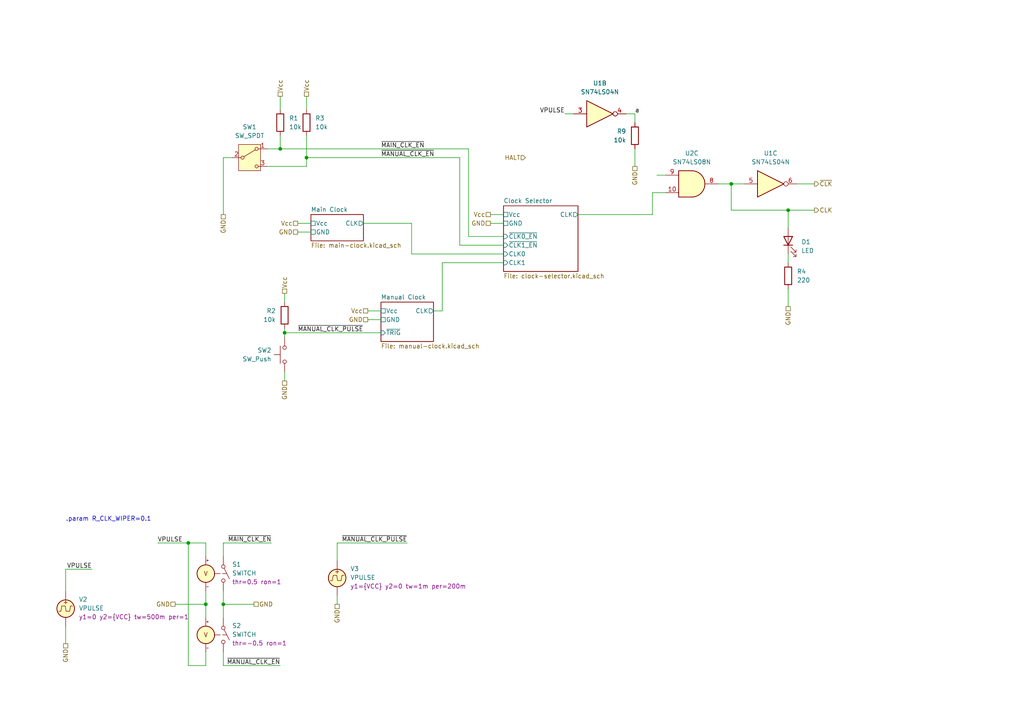
<source format=kicad_sch>
(kicad_sch (version 20231120) (generator "eeschema") (generator_version "8.0")
  (paper "A4")
  (title_block (title "${SHEETNAME}") (date "2024-06-02") (rev "v0.1") (company "BitBanged") (comment 1 "Inspired from Ben Eater's design.") (comment 2 "https://eater.net/8bit/clock"))
  (lib_symbols
    (symbol "74xx:74LS04"
      (property "Reference" "U" (at 0 1.27 0))
      (property "Value" "74LS04" (at 0 -1.27 0))
      (symbol "74LS04_1_0"
        (polyline (pts (xy -3.81 3.81) (xy -3.81 -3.81) (xy 3.81 0) (xy -3.81 3.81)) (stroke (width 0.254)) (fill (type background)))
        (pin input line (at -7.62 0 0) (length 3.81) (name "~") (number "1"))
        (pin output inverted (at 7.62 0 180) (length 3.81) (name "~") (number "2"))
      )
      (symbol "74LS04_2_0"
        (polyline (pts (xy -3.81 3.81) (xy -3.81 -3.81) (xy 3.81 0) (xy -3.81 3.81)) (stroke (width 0.254)) (fill (type background)))
        (pin input line (at -7.62 0 0) (length 3.81) (name "~") (number "3"))
        (pin output inverted (at 7.62 0 180) (length 3.81) (name "~") (number "4"))
      )
      (symbol "74LS04_3_0"
        (polyline (pts (xy -3.81 3.81) (xy -3.81 -3.81) (xy 3.81 0) (xy -3.81 3.81)) (stroke (width 0.254)) (fill (type background)))
        (pin input line (at -7.62 0 0) (length 3.81) (name "~") (number "5"))
        (pin output inverted (at 7.62 0 180) (length 3.81) (name "~") (number "6"))
      )
      (symbol "74LS04_4_0"
        (polyline (pts (xy -3.81 3.81) (xy -3.81 -3.81) (xy 3.81 0) (xy -3.81 3.81)) (stroke (width 0.254)) (fill (type background)))
        (pin output inverted (at 7.62 0 180) (length 3.81) (name "~") (number "8"))
        (pin input line (at -7.62 0 0) (length 3.81) (name "~") (number "9"))
      )
      (symbol "74LS04_5_0"
        (polyline (pts (xy -3.81 3.81) (xy -3.81 -3.81) (xy 3.81 0) (xy -3.81 3.81)) (stroke (width 0.254)) (fill (type background)))
        (pin output inverted (at 7.62 0 180) (length 3.81) (name "~") (number "10"))
        (pin input line (at -7.62 0 0) (length 3.81) (name "~") (number "11"))
      )
      (symbol "74LS04_6_0"
        (polyline (pts (xy -3.81 3.81) (xy -3.81 -3.81) (xy 3.81 0) (xy -3.81 3.81)) (stroke (width 0.254)) (fill (type background)))
        (pin output inverted (at 7.62 0 180) (length 3.81) (name "~") (number "12"))
        (pin input line (at -7.62 0 0) (length 3.81) (name "~") (number "13"))
      )
      (symbol "74LS04_7_0"
        (pin power_in line (at 0 12.7 270) (length 5.08) (name "VCC") (number "14"))
        (pin power_in line (at 0 -12.7 90) (length 5.08) (name "GND") (number "7"))
      )
      (symbol "74LS04_7_1"
        (rectangle (start -5.08 7.62) (end 5.08 -7.62) (stroke (width 0.254)) (fill (type background)))
      )
    )
    (symbol "74xx:74LS08" (pin_names (offset 1.016))
      (property "Reference" "U" (at 0 1.27 0))
      (property "Value" "74LS08" (at 0 -1.27 0))
      (symbol "74LS08_1_1"
        (arc (start 0 -3.81) (mid 3.7934 0) (end 0 3.81) (stroke (width 0.254)) (fill (type background)))
        (polyline (pts (xy 0 3.81) (xy -3.81 3.81) (xy -3.81 -3.81) (xy 0 -3.81)) (stroke (width 0.254)) (fill (type background)))
        (pin input line (at -7.62 2.54 0) (length 3.81) (name "~") (number "1"))
        (pin input line (at -7.62 -2.54 0) (length 3.81) (name "~") (number "2"))
        (pin output line (at 7.62 0 180) (length 3.81) (name "~") (number "3"))
      )
      (symbol "74LS08_1_2"
        (arc (start -3.81 -3.81) (mid -2.589 0) (end -3.81 3.81) (stroke (width 0.254)))
        (arc (start -0.6096 -3.81) (mid 2.1842 -2.5851) (end 3.81 0) (stroke (width 0.254)) (fill (type background)))
        (polyline (pts (xy -3.81 -3.81) (xy -0.635 -3.81)) (stroke (width 0.254)) (fill (type background)))
        (polyline (pts (xy -3.81 3.81) (xy -0.635 3.81)) (stroke (width 0.254)) (fill (type background)))
        (polyline (pts (xy -0.635 3.81) (xy -3.81 3.81) (xy -3.81 3.81) (xy -3.556 3.4036) (xy -3.0226 2.2606) (xy -2.6924 1.0414) (xy -2.6162 -0.254) (xy -2.7686 -1.4986) (xy -3.175 -2.7178) (xy -3.81 -3.81) (xy -3.81 -3.81) (xy -0.635 -3.81)) (stroke (width -25.4)) (fill (type background)))
        (arc (start 3.81 0) (mid 2.1915 2.5936) (end -0.6096 3.81) (stroke (width 0.254)) (fill (type background)))
        (pin input inverted (at -7.62 2.54 0) (length 4.318) (name "~") (number "1"))
        (pin input inverted (at -7.62 -2.54 0) (length 4.318) (name "~") (number "2"))
        (pin output inverted (at 7.62 0 180) (length 3.81) (name "~") (number "3"))
      )
      (symbol "74LS08_2_1"
        (arc (start 0 -3.81) (mid 3.7934 0) (end 0 3.81) (stroke (width 0.254)) (fill (type background)))
        (polyline (pts (xy 0 3.81) (xy -3.81 3.81) (xy -3.81 -3.81) (xy 0 -3.81)) (stroke (width 0.254)) (fill (type background)))
        (pin input line (at -7.62 2.54 0) (length 3.81) (name "~") (number "4"))
        (pin input line (at -7.62 -2.54 0) (length 3.81) (name "~") (number "5"))
        (pin output line (at 7.62 0 180) (length 3.81) (name "~") (number "6"))
      )
      (symbol "74LS08_2_2"
        (arc (start -3.81 -3.81) (mid -2.589 0) (end -3.81 3.81) (stroke (width 0.254)))
        (arc (start -0.6096 -3.81) (mid 2.1842 -2.5851) (end 3.81 0) (stroke (width 0.254)) (fill (type background)))
        (polyline (pts (xy -3.81 -3.81) (xy -0.635 -3.81)) (stroke (width 0.254)) (fill (type background)))
        (polyline (pts (xy -3.81 3.81) (xy -0.635 3.81)) (stroke (width 0.254)) (fill (type background)))
        (polyline (pts (xy -0.635 3.81) (xy -3.81 3.81) (xy -3.81 3.81) (xy -3.556 3.4036) (xy -3.0226 2.2606) (xy -2.6924 1.0414) (xy -2.6162 -0.254) (xy -2.7686 -1.4986) (xy -3.175 -2.7178) (xy -3.81 -3.81) (xy -3.81 -3.81) (xy -0.635 -3.81)) (stroke (width -25.4)) (fill (type background)))
        (arc (start 3.81 0) (mid 2.1915 2.5936) (end -0.6096 3.81) (stroke (width 0.254)) (fill (type background)))
        (pin input inverted (at -7.62 2.54 0) (length 4.318) (name "~") (number "4"))
        (pin input inverted (at -7.62 -2.54 0) (length 4.318) (name "~") (number "5"))
        (pin output inverted (at 7.62 0 180) (length 3.81) (name "~") (number "6"))
      )
      (symbol "74LS08_3_1"
        (arc (start 0 -3.81) (mid 3.7934 0) (end 0 3.81) (stroke (width 0.254)) (fill (type background)))
        (polyline (pts (xy 0 3.81) (xy -3.81 3.81) (xy -3.81 -3.81) (xy 0 -3.81)) (stroke (width 0.254)) (fill (type background)))
        (pin input line (at -7.62 -2.54 0) (length 3.81) (name "~") (number "10"))
        (pin output line (at 7.62 0 180) (length 3.81) (name "~") (number "8"))
        (pin input line (at -7.62 2.54 0) (length 3.81) (name "~") (number "9"))
      )
      (symbol "74LS08_3_2"
        (arc (start -3.81 -3.81) (mid -2.589 0) (end -3.81 3.81) (stroke (width 0.254)))
        (arc (start -0.6096 -3.81) (mid 2.1842 -2.5851) (end 3.81 0) (stroke (width 0.254)) (fill (type background)))
        (polyline (pts (xy -3.81 -3.81) (xy -0.635 -3.81)) (stroke (width 0.254)) (fill (type background)))
        (polyline (pts (xy -3.81 3.81) (xy -0.635 3.81)) (stroke (width 0.254)) (fill (type background)))
        (polyline (pts (xy -0.635 3.81) (xy -3.81 3.81) (xy -3.81 3.81) (xy -3.556 3.4036) (xy -3.0226 2.2606) (xy -2.6924 1.0414) (xy -2.6162 -0.254) (xy -2.7686 -1.4986) (xy -3.175 -2.7178) (xy -3.81 -3.81) (xy -3.81 -3.81) (xy -0.635 -3.81)) (stroke (width -25.4)) (fill (type background)))
        (arc (start 3.81 0) (mid 2.1915 2.5936) (end -0.6096 3.81) (stroke (width 0.254)) (fill (type background)))
        (pin input inverted (at -7.62 -2.54 0) (length 4.318) (name "~") (number "10"))
        (pin output inverted (at 7.62 0 180) (length 3.81) (name "~") (number "8"))
        (pin input inverted (at -7.62 2.54 0) (length 4.318) (name "~") (number "9"))
      )
      (symbol "74LS08_4_1"
        (arc (start 0 -3.81) (mid 3.7934 0) (end 0 3.81) (stroke (width 0.254)) (fill (type background)))
        (polyline (pts (xy 0 3.81) (xy -3.81 3.81) (xy -3.81 -3.81) (xy 0 -3.81)) (stroke (width 0.254)) (fill (type background)))
        (pin output line (at 7.62 0 180) (length 3.81) (name "~") (number "11"))
        (pin input line (at -7.62 2.54 0) (length 3.81) (name "~") (number "12"))
        (pin input line (at -7.62 -2.54 0) (length 3.81) (name "~") (number "13"))
      )
      (symbol "74LS08_4_2"
        (arc (start -3.81 -3.81) (mid -2.589 0) (end -3.81 3.81) (stroke (width 0.254)))
        (arc (start -0.6096 -3.81) (mid 2.1842 -2.5851) (end 3.81 0) (stroke (width 0.254)) (fill (type background)))
        (polyline (pts (xy -3.81 -3.81) (xy -0.635 -3.81)) (stroke (width 0.254)) (fill (type background)))
        (polyline (pts (xy -3.81 3.81) (xy -0.635 3.81)) (stroke (width 0.254)) (fill (type background)))
        (polyline (pts (xy -0.635 3.81) (xy -3.81 3.81) (xy -3.81 3.81) (xy -3.556 3.4036) (xy -3.0226 2.2606) (xy -2.6924 1.0414) (xy -2.6162 -0.254) (xy -2.7686 -1.4986) (xy -3.175 -2.7178) (xy -3.81 -3.81) (xy -3.81 -3.81) (xy -0.635 -3.81)) (stroke (width -25.4)) (fill (type background)))
        (arc (start 3.81 0) (mid 2.1915 2.5936) (end -0.6096 3.81) (stroke (width 0.254)) (fill (type background)))
        (pin output inverted (at 7.62 0 180) (length 3.81) (name "~") (number "11"))
        (pin input inverted (at -7.62 2.54 0) (length 4.318) (name "~") (number "12"))
        (pin input inverted (at -7.62 -2.54 0) (length 4.318) (name "~") (number "13"))
      )
      (symbol "74LS08_5_0"
        (pin power_in line (at 0 12.7 270) (length 5.08) (name "VCC") (number "14"))
        (pin power_in line (at 0 -12.7 90) (length 5.08) (name "GND") (number "7"))
      )
      (symbol "74LS08_5_1"
        (rectangle (start -5.08 7.62) (end 5.08 -7.62) (stroke (width 0.254)) (fill (type background)))
      )
    )
    (symbol "Device:LED" (pin_numbers hide) (pin_names (offset 1.016) hide)
      (property "Reference" "D" (at 0 2.54 0))
      (property "Value" "LED" (at 0 -2.54 0))
      (symbol "LED_0_1"
        (polyline (pts (xy -1.27 -1.27) (xy -1.27 1.27)) (stroke (width 0.254)))
        (polyline (pts (xy -1.27 0) (xy 1.27 0)))
        (polyline (pts (xy 1.27 -1.27) (xy 1.27 1.27) (xy -1.27 0) (xy 1.27 -1.27)) (stroke (width 0.254)))
        (polyline (pts (xy -3.048 -0.762) (xy -4.572 -2.286) (xy -3.81 -2.286) (xy -4.572 -2.286) (xy -4.572 -1.524)))
        (polyline (pts (xy -1.778 -0.762) (xy -3.302 -2.286) (xy -2.54 -2.286) (xy -3.302 -2.286) (xy -3.302 -1.524)))
      )
      (symbol "LED_1_1"
        (pin passive line (at -3.81 0 0) (length 2.54) (name "K") (number "1"))
        (pin passive line (at 3.81 0 180) (length 2.54) (name "A") (number "2"))
      )
    )
    (symbol "Device:R" (pin_numbers hide) (pin_names (offset 0))
      (property "Reference" "R" (at 2.032 0 90))
      (property "Value" "R" (at 0 0 90))
      (symbol "R_0_1"
        (rectangle (start -1.016 -2.54) (end 1.016 2.54) (stroke (width 0.254)))
      )
      (symbol "R_1_1"
        (pin passive line (at 0 3.81 270) (length 1.27) (name "~") (number "1"))
        (pin passive line (at 0 -3.81 90) (length 1.27) (name "~") (number "2"))
      )
    )
    (symbol "Simulation_SPICE:SWITCH" (pin_numbers hide) (pin_names (offset 1.016) hide)
      (property "Reference" "S" (at 2.54 2.54 0))
      (property "Value" "SWITCH" (at 2.54 0 0))
      (property "Sim.Params" "thr=0 ron=1" (at 2.54 -2.54 0))
      (symbol "SWITCH_0_1"
        (circle (center 0 -2.032) (radius 0.508))
        (polyline (pts (xy 0.254 1.524) (xy 1.778 -1.524)))
        (circle (center 0 2.032) (radius 0.508))
      )
      (symbol "SWITCH_1_1"
        (circle (center -5.08 0) (radius 2.54) (stroke (width 0.254)) (fill (type background)))
        (polyline (pts (xy -4.826 -3.81) (xy -4.318 -3.81)))
        (polyline (pts (xy -4.826 3.81) (xy -4.318 3.81)))
        (polyline (pts (xy -4.572 4.064) (xy -4.572 3.556)))
        (polyline (pts (xy -2.54 0) (xy 0.889 0)) (stroke (width 0) (type dash)))
        (text "V" (at -5.08 0 0) (effects (font (size 1.27 1.27))))
        (pin passive line (at 0 5.08 270) (length 2.54) (name "N+") (number "1"))
        (pin passive line (at 0 -5.08 90) (length 2.54) (name "N-") (number "2"))
        (pin input line (at -5.08 5.08 270) (length 2.54) (name "C+") (number "3"))
        (pin input line (at -5.08 -5.08 90) (length 2.54) (name "C-") (number "4"))
      )
    )
    (symbol "Simulation_SPICE:VPULSE" (pin_numbers hide) (pin_names (offset 0.0254))
      (property "Reference" "V" (at 2.54 2.54 0))
      (property "Value" "VPULSE" (at 2.54 0 0))
      (property "Sim.Params" "y1=0 y2=1 td=2n tr=2n tf=2n tw=50n per=100n" (at 2.54 -2.54 0))
      (symbol "VPULSE_0_0"
        (polyline (pts (xy -2.032 -0.762) (xy -1.397 -0.762) (xy -1.143 0.762) (xy -0.127 0.762) (xy 0.127 -0.762) (xy 1.143 -0.762) (xy 1.397 0.762) (xy 2.032 0.762)))
        (text "+" (at 0 1.905 0) (effects (font (size 1.27 1.27))))
      )
      (symbol "VPULSE_0_1"
        (circle (center 0 0) (radius 2.54) (stroke (width 0.254)) (fill (type background)))
      )
      (symbol "VPULSE_1_1"
        (pin passive line (at 0 5.08 270) (length 2.54) (name "~") (number "1"))
        (pin passive line (at 0 -5.08 90) (length 2.54) (name "~") (number "2"))
      )
    )
    (symbol "Switch:SW_Push" (pin_numbers hide) (pin_names (offset 1.016) hide)
      (property "Reference" "SW" (at 1.27 2.54 0))
      (property "Value" "SW_Push" (at 0 -1.524 0))
      (symbol "SW_Push_0_1"
        (circle (center -2.032 0) (radius 0.508))
        (polyline (pts (xy 0 1.27) (xy 0 3.048)))
        (polyline (pts (xy 2.54 1.27) (xy -2.54 1.27)))
        (circle (center 2.032 0) (radius 0.508))
        (pin passive line (at -5.08 0 0) (length 2.54) (name "1") (number "1"))
        (pin passive line (at 5.08 0 180) (length 2.54) (name "2") (number "2"))
      )
    )
    (symbol "Switch:SW_SPDT" (pin_names (offset 0) hide)
      (property "Reference" "SW" (at 0 5.08 0))
      (property "Value" "SW_SPDT" (at 0 -5.08 0))
      (symbol "SW_SPDT_0_1"
        (circle (center -2.032 0) (radius 0.4572))
        (polyline (pts (xy -1.651 0.254) (xy 1.651 2.286)))
        (circle (center 2.032 -2.54) (radius 0.4572))
        (circle (center 2.032 2.54) (radius 0.4572))
      )
      (symbol "SW_SPDT_1_1"
        (rectangle (start -3.175 3.81) (end 3.175 -3.81) (fill (type background)))
        (pin passive line (at 5.08 2.54 180) (length 2.54) (name "A") (number "1"))
        (pin passive line (at -5.08 0 0) (length 2.54) (name "B") (number "2"))
        (pin passive line (at 5.08 -2.54 180) (length 2.54) (name "C") (number "3"))
      )
    )
  )
  (junction (at 59.69 175.26))
  (junction (at 212.09 53.34))
  (junction (at 88.9 45.72))
  (junction (at 54.61 157.48))
  (junction (at 81.28 43.18))
  (junction (at 82.55 96.52))
  (junction (at 64.77 175.26))
  (junction (at 228.6 60.96))
  (wire (pts (xy 228.6 73.66) (xy 228.6 76.2)))
  (wire (pts (xy 73.66 175.26) (xy 64.77 175.26)))
  (wire (pts (xy 64.77 45.72) (xy 64.77 62.23)))
  (wire (pts (xy 81.28 39.37) (xy 81.28 43.18)))
  (wire (pts (xy 59.69 175.26) (xy 59.69 179.07)))
  (wire (pts (xy 81.28 27.94) (xy 81.28 31.75)))
  (wire (pts (xy 128.27 90.17) (xy 128.27 76.2)))
  (wire (pts (xy 77.47 48.26) (xy 88.9 48.26)))
  (wire (pts (xy 189.23 55.88) (xy 193.04 55.88)))
  (wire (pts (xy 97.79 172.72) (xy 97.79 175.26)))
  (wire (pts (xy 59.69 193.04) (xy 54.61 193.04)))
  (wire (pts (xy 82.55 95.25) (xy 82.55 96.52)))
  (wire (pts (xy 59.69 157.48) (xy 59.69 161.29)))
  (wire (pts (xy 82.55 96.52) (xy 82.55 97.79)))
  (wire (pts (xy 228.6 60.96) (xy 228.6 66.04)))
  (wire (pts (xy 19.05 165.1) (xy 26.67 165.1)))
  (wire (pts (xy 212.09 60.96) (xy 228.6 60.96)))
  (wire (pts (xy 228.6 83.82) (xy 228.6 88.9)))
  (wire (pts (xy 82.55 85.09) (xy 82.55 87.63)))
  (wire (pts (xy 142.24 64.77) (xy 146.05 64.77)))
  (wire (pts (xy 59.69 189.23) (xy 59.69 193.04)))
  (wire (pts (xy 125.73 90.17) (xy 128.27 90.17)))
  (wire (pts (xy 64.77 189.23) (xy 64.77 193.04)))
  (wire (pts (xy 19.05 171.45) (xy 19.05 165.1)))
  (wire (pts (xy 50.8 175.26) (xy 59.69 175.26)))
  (wire (pts (xy 133.35 71.12) (xy 133.35 45.72)))
  (wire (pts (xy 54.61 157.48) (xy 59.69 157.48)))
  (wire (pts (xy 86.36 67.31) (xy 90.17 67.31)))
  (wire (pts (xy 181.61 33.02) (xy 184.15 33.02)))
  (wire (pts (xy 119.38 73.66) (xy 119.38 64.77)))
  (wire (pts (xy 163.83 33.02) (xy 166.37 33.02)))
  (wire (pts (xy 64.77 193.04) (xy 81.28 193.04)))
  (wire (pts (xy 212.09 53.34) (xy 215.9 53.34)))
  (wire (pts (xy 88.9 45.72) (xy 88.9 39.37)))
  (wire (pts (xy 106.68 90.17) (xy 110.49 90.17)))
  (wire (pts (xy 64.77 161.29) (xy 64.77 157.48)))
  (wire (pts (xy 81.28 43.18) (xy 77.47 43.18)))
  (wire (pts (xy 128.27 76.2) (xy 146.05 76.2)))
  (wire (pts (xy 184.15 33.02) (xy 184.15 35.56)))
  (wire (pts (xy 110.49 96.52) (xy 82.55 96.52)))
  (wire (pts (xy 45.72 157.48) (xy 54.61 157.48)))
  (wire (pts (xy 184.15 43.18) (xy 184.15 48.26)))
  (wire (pts (xy 135.89 68.58) (xy 135.89 43.18)))
  (wire (pts (xy 133.35 71.12) (xy 146.05 71.12)))
  (wire (pts (xy 212.09 53.34) (xy 208.28 53.34)))
  (wire (pts (xy 86.36 64.77) (xy 90.17 64.77)))
  (wire (pts (xy 64.77 175.26) (xy 64.77 179.07)))
  (wire (pts (xy 82.55 107.95) (xy 82.55 110.49)))
  (wire (pts (xy 59.69 171.45) (xy 59.69 175.26)))
  (wire (pts (xy 190.5 50.8) (xy 193.04 50.8)))
  (wire (pts (xy 228.6 60.96) (xy 236.22 60.96)))
  (wire (pts (xy 105.41 64.77) (xy 119.38 64.77)))
  (wire (pts (xy 54.61 193.04) (xy 54.61 157.48)))
  (wire (pts (xy 212.09 53.34) (xy 212.09 60.96)))
  (wire (pts (xy 97.79 157.48) (xy 118.11 157.48)))
  (wire (pts (xy 97.79 157.48) (xy 97.79 162.56)))
  (wire (pts (xy 135.89 43.18) (xy 81.28 43.18)))
  (wire (pts (xy 231.14 53.34) (xy 236.22 53.34)))
  (wire (pts (xy 88.9 31.75) (xy 88.9 27.94)))
  (wire (pts (xy 167.64 62.23) (xy 189.23 62.23)))
  (wire (pts (xy 64.77 157.48) (xy 78.74 157.48)))
  (wire (pts (xy 135.89 68.58) (xy 146.05 68.58)))
  (wire (pts (xy 133.35 45.72) (xy 88.9 45.72)))
  (wire (pts (xy 64.77 45.72) (xy 67.31 45.72)))
  (wire (pts (xy 88.9 48.26) (xy 88.9 45.72)))
  (wire (pts (xy 106.68 92.71) (xy 110.49 92.71)))
  (wire (pts (xy 189.23 55.88) (xy 189.23 62.23)))
  (wire (pts (xy 19.05 181.61) (xy 19.05 186.69)))
  (wire (pts (xy 142.24 62.23) (xy 146.05 62.23)))
  (wire (pts (xy 64.77 171.45) (xy 64.77 175.26)))
  (wire (pts (xy 119.38 73.66) (xy 146.05 73.66)))
  (text ".param R_CLK_WIPER=0.1" (at 31.496 150.622 0) (effects (font (size 1.27 1.27))))
  (label "VPULSE" (at 163.83 33.02 180))
  (label "~{MANUAL_CLK_PULSE}" (at 86.36 96.52 0))
  (label "VPULSE" (at 45.72 157.48 0))
  (label "VPULSE" (at 26.67 165.1 180))
  (label "~{MANUAL_CLK_EN}" (at 110.49 45.72 0))
  (label "~{MANUAL_CLK_EN}" (at 81.28 193.04 180))
  (label "a" (at 184.15 33.02 0))
  (label "~{MAIN_CLK_EN}" (at 78.74 157.48 180))
  (label "~{MANUAL_CLK_PULSE}" (at 118.11 157.48 180))
  (label "~{MAIN_CLK_EN}" (at 110.49 43.18 0))
  (hierarchical_label "GND" (shape passive) (at 184.15 48.26 270))
  (hierarchical_label "GND" (shape passive) (at 64.77 62.23 270))
  (hierarchical_label "GND" (shape passive) (at 19.05 186.69 270))
  (hierarchical_label "GND" (shape passive) (at 86.36 67.31 180))
  (hierarchical_label "Vcc" (shape passive) (at 106.68 90.17 180))
  (hierarchical_label "Vcc" (shape passive) (at 81.28 27.94 90))
  (hierarchical_label "GND" (shape passive) (at 142.24 64.77 180))
  (hierarchical_label "Vcc" (shape passive) (at 86.36 64.77 180))
  (hierarchical_label "GND" (shape passive) (at 97.79 175.26 270))
  (hierarchical_label "GND" (shape passive) (at 82.55 110.49 270))
  (hierarchical_label "Vcc" (shape passive) (at 82.55 85.09 90))
  (hierarchical_label "CLK" (shape output) (at 236.22 60.96 0))
  (hierarchical_label "GND" (shape passive) (at 228.6 88.9 270))
  (hierarchical_label "GND" (shape passive) (at 106.68 92.71 180))
  (hierarchical_label "~{CLK}" (shape output) (at 236.22 53.34 0))
  (hierarchical_label "Vcc" (shape passive) (at 142.24 62.23 180))
  (hierarchical_label "GND" (shape passive) (at 50.8 175.26 180))
  (hierarchical_label "GND" (shape passive) (at 73.66 175.26 0))
  (hierarchical_label "HALT" (shape input) (at 152.4 45.72 180))
  (hierarchical_label "Vcc" (shape passive) (at 88.9 27.94 90))
  (symbol (lib_id "74xx:74LS08") (at 200.66 53.34 0) (unit 3)
    (property "Reference" "U2" (at 200.6517 44.45 0))
    (property "Value" "SN74LS08N" (at 200.6517 46.99 0))
    (property "Datasheet" "http://www.ti.com/lit/gpn/sn74LS08" (effects (hide yes)))
    (property "Description" "Quad And2" (effects (hide yes)))
    (property "Sim.Library" "models/main.lib" (effects (hide yes)))
    (property "Sim.Name" "74LS08N" (effects (hide yes)))
    (property "Sim.Device" "SUBCKT" (effects (hide yes)))
    (property "Sim.Pins" "1=1 2=2 3=3 4=4 5=5 6=6 7=7 8=8 9=9 10=10 11=11 12=12 13=13 14=14" (effects (hide yes)))
  )
  (symbol (lib_id "Switch:SW_SPDT") (at 72.39 45.72 0) (unit 1) (exclude_from_sim yes)
    (property "Reference" "SW1" (at 72.39 36.83 0))
    (property "Value" "SW_SPDT" (at 72.39 39.37 0))
    (property "Description" "Switch, single pole double throw" (effects (hide yes)))
  )
  (symbol (lib_id "Simulation_SPICE:VPULSE") (at 97.79 167.64 0) (unit 1)
    (property "Reference" "V3" (at 101.6 164.9701 0) (effects (justify left)))
    (property "Value" "VPULSE" (at 101.6 167.5101 0) (effects (justify left)))
    (property "Datasheet" "https://ngspice.sourceforge.io/docs/ngspice-html-manual/manual.xhtml#sec_Independent_Sources_for" (effects (hide yes)))
    (property "Description" "Voltage source, pulse" (effects (hide yes)))
    (property "Sim.Pins" "1=+ 2=-" (effects (hide yes)))
    (property "Sim.Type" "PULSE" (effects (hide yes)))
    (property "Sim.Device" "V" (effects (hide yes)))
    (property "Sim.Params" "y1={VCC} y2=0 tw=1m per=200m" (at 101.6 170.0501 0) (effects (justify left)))
  )
  (symbol (lib_id "Device:R") (at 88.9 35.56 0) (unit 1)
    (property "Reference" "R3" (at 91.44 34.2899 0) (effects (justify left)))
    (property "Value" "10k" (at 91.44 36.8299 0) (effects (justify left)))
    (property "Description" "Resistor" (effects (hide yes)))
  )
  (symbol (lib_id "Device:R") (at 184.15 39.37 0) (mirror y) (unit 1)
    (property "Reference" "R9" (at 181.61 38.0999 0) (effects (justify left)))
    (property "Value" "10k" (at 181.61 40.6399 0) (effects (justify left)))
    (property "Description" "Resistor" (effects (hide yes)))
  )
  (symbol (lib_id "74xx:74LS04") (at 173.99 33.02 0) (unit 2)
    (property "Reference" "U1" (at 173.99 24.13 0))
    (property "Value" "SN74LS04N" (at 173.99 26.67 0))
    (property "Datasheet" "http://www.ti.com/lit/gpn/sn74LS04" (effects (hide yes)))
    (property "Description" "Hex Inverter" (effects (hide yes)))
    (property "Sim.Library" "models/main.lib" (effects (hide yes)))
    (property "Sim.Name" "74LS04N" (effects (hide yes)))
    (property "Sim.Device" "SUBCKT" (effects (hide yes)))
    (property "Sim.Pins" "1=1 2=2 3=3 4=4 5=5 6=6 7=7 8=8 9=9 10=10 11=11 12=12 13=13 14=14" (effects (hide yes)))
  )
  (symbol (lib_id "Simulation_SPICE:VPULSE") (at 19.05 176.53 0) (unit 1)
    (property "Reference" "V2" (at 22.86 173.8601 0) (effects (justify left)))
    (property "Value" "VPULSE" (at 22.86 176.4001 0) (effects (justify left)))
    (property "Datasheet" "https://ngspice.sourceforge.io/docs/ngspice-html-manual/manual.xhtml#sec_Independent_Sources_for" (effects (hide yes)))
    (property "Description" "Voltage source, pulse" (effects (hide yes)))
    (property "Sim.Pins" "1=+ 2=-" (effects (hide yes)))
    (property "Sim.Type" "PULSE" (effects (hide yes)))
    (property "Sim.Device" "V" (effects (hide yes)))
    (property "Sim.Params" "y1=0 y2={VCC} tw=500m per=1" (at 22.86 178.9401 0) (effects (justify left)))
  )
  (symbol (lib_id "Device:R") (at 82.55 91.44 0) (mirror y) (unit 1)
    (property "Reference" "R2" (at 80.01 90.1699 0) (effects (justify left)))
    (property "Value" "10k" (at 80.01 92.7099 0) (effects (justify left)))
    (property "Description" "Resistor" (effects (hide yes)))
  )
  (symbol (lib_id "Simulation_SPICE:SWITCH") (at 64.77 184.15 0) (unit 1)
    (property "Reference" "S2" (at 67.31 181.4829 0) (effects (justify left)))
    (property "Value" "SWITCH" (at 67.31 184.0229 0) (effects (justify left)))
    (property "Datasheet" "https://ngspice.sourceforge.io/docs/ngspice-html-manual/manual.xhtml#subsec_Switches" (effects (hide yes)))
    (property "Description" "Voltage controlled switch symbol for simulation only" (effects (hide yes)))
    (property "Sim.Device" "SW" (effects (hide yes)))
    (property "Sim.Type" "V" (effects (hide yes)))
    (property "Sim.Params" "thr=-0.5 ron=1" (at 67.31 186.5629 0) (effects (justify left)))
    (property "Sim.Pins" "1=no+ 2=no- 3=ctrl+ 4=ctrl-" (effects (hide yes)))
  )
  (symbol (lib_id "74xx:74LS04") (at 223.52 53.34 0) (unit 3)
    (property "Reference" "U1" (at 223.52 44.45 0))
    (property "Value" "SN74LS04N" (at 223.52 46.99 0))
    (property "Datasheet" "http://www.ti.com/lit/gpn/sn74LS04" (effects (hide yes)))
    (property "Description" "Hex Inverter" (effects (hide yes)))
    (property "Sim.Library" "models/main.lib" (effects (hide yes)))
    (property "Sim.Name" "74LS04N" (effects (hide yes)))
    (property "Sim.Device" "SUBCKT" (effects (hide yes)))
    (property "Sim.Pins" "1=1 2=2 3=3 4=4 5=5 6=6 7=7 8=8 9=9 10=10 11=11 12=12 13=13 14=14" (effects (hide yes)))
  )
  (symbol (lib_id "Device:LED") (at 228.6 69.85 90) (unit 1)
    (property "Reference" "D1" (at 232.41 70.1674 90) (effects (justify right)))
    (property "Value" "LED" (at 232.41 72.7074 90) (effects (justify right)))
    (property "Description" "Light emitting diode" (effects (hide yes)))
    (property "Sim.Device" "D" (effects (hide yes)))
    (property "Sim.Pins" "1=A 2=K" (effects (hide yes)))
  )
  (symbol (lib_id "Device:R") (at 228.6 80.01 0) (unit 1)
    (property "Reference" "R4" (at 231.14 78.7399 0) (effects (justify left)))
    (property "Value" "220" (at 231.14 81.2799 0) (effects (justify left)))
    (property "Description" "Resistor" (effects (hide yes)))
  )
  (symbol (lib_id "Device:R") (at 81.28 35.56 0) (unit 1)
    (property "Reference" "R1" (at 83.82 34.2899 0) (effects (justify left)))
    (property "Value" "10k" (at 83.82 36.8299 0) (effects (justify left)))
    (property "Description" "Resistor" (effects (hide yes)))
  )
  (symbol (lib_id "Simulation_SPICE:SWITCH") (at 64.77 166.37 0) (unit 1)
    (property "Reference" "S1" (at 67.31 163.7029 0) (effects (justify left)))
    (property "Value" "SWITCH" (at 67.31 166.2429 0) (effects (justify left)))
    (property "Datasheet" "https://ngspice.sourceforge.io/docs/ngspice-html-manual/manual.xhtml#subsec_Switches" (effects (hide yes)))
    (property "Description" "Voltage controlled switch symbol for simulation only" (effects (hide yes)))
    (property "Sim.Device" "SW" (effects (hide yes)))
    (property "Sim.Type" "V" (effects (hide yes)))
    (property "Sim.Params" "thr=0.5 ron=1" (at 67.31 168.7829 0) (effects (justify left)))
    (property "Sim.Pins" "1=no+ 2=no- 3=ctrl+ 4=ctrl-" (effects (hide yes)))
  )
  (symbol (lib_id "Switch:SW_Push") (at 82.55 102.87 90) (mirror x) (unit 1) (exclude_from_sim yes)
    (property "Reference" "SW2" (at 78.74 101.5999 90) (effects (justify left)))
    (property "Value" "SW_Push" (at 78.74 104.1399 90) (effects (justify left)))
    (property "Description" "Push button switch, generic, two pins" (effects (hide yes)))
    (property "Sim.Device" "SW" (effects (hide yes)))
    (property "Sim.Type" "V" (effects (hide yes)))
    (property "Sim.Pins" "1=ctrl+ 2=ctrl-" (effects (hide yes)))
    (property "Sim.Params" "ic=off" (effects (hide yes)))
  )
  (sheet (at 146.05 59.69) (size 21.59 19.05) (stroke (width 0.1524))
    (property "Sheetname" "Clock Selector" (at 146.05 58.9784 0) (effects (justify left bottom)))
    (property "Sheetfile" "clock-selector.kicad_sch" (at 146.05 79.3246 0) (effects (justify left top)))
    (pin "~{CLK0_EN}" input (at 146.05 68.58 180))
    (pin "~{CLK1_EN}" input (at 146.05 71.12 180))
    (pin "GND" passive (at 146.05 64.77 180))
    (pin "Vcc" passive (at 146.05 62.23 180))
    (pin "CLK1" input (at 146.05 76.2 180))
    (pin "CLK0" input (at 146.05 73.66 180))
    (pin "CLK" output (at 167.64 62.23 0))
  )
  (sheet (at 110.49 87.63) (size 15.24 11.43) (stroke (width 0.1524))
    (property "Sheetname" "Manual Clock" (at 110.49 86.9184 0) (effects (justify left bottom)))
    (property "Sheetfile" "manual-clock.kicad_sch" (at 110.49 99.6446 0) (effects (justify left top)))
    (pin "Vcc" passive (at 110.49 90.17 180))
    (pin "CLK" output (at 125.73 90.17 0))
    (pin "GND" passive (at 110.49 92.71 180))
    (pin "~{TRIG}" input (at 110.49 96.52 180))
  )
  (sheet (at 90.17 62.23) (size 15.24 7.62) (stroke (width 0.1524))
    (property "Sheetname" "Main Clock" (at 90.17 61.5184 0) (effects (justify left bottom)))
    (property "Sheetfile" "main-clock.kicad_sch" (at 90.17 70.4346 0) (effects (justify left top)))
    (pin "CLK" output (at 105.41 64.77 0))
    (pin "GND" passive (at 90.17 67.31 180))
    (pin "Vcc" passive (at 90.17 64.77 180))
  )
)
</source>
